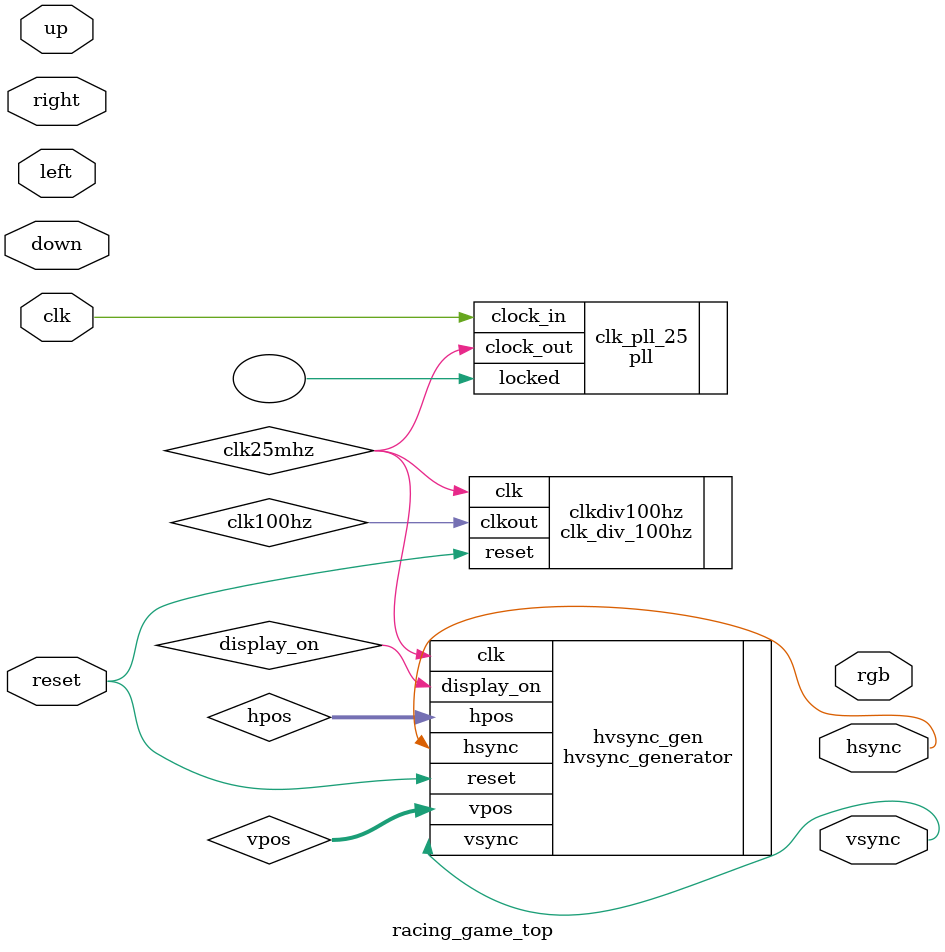
<source format=v>
module racing_game_top(clk, hsync, vsync, rgb, left, right, up, down, reset);
	input clk, reset;
	input left, right, up, down;
	output hsync, vsync;
	output [2:0] rgb;
	wire display_on;
	wire [9:0] hpos, vpos;

	wire clk25mhz, clk100hz;

	`ifdef XILINX
	clk_wiz_v3_6 clk_pll_25(
		.clk_in1(clk),
		.clk_out1(clk25mhz)
	);
	`else
	pll clk_pll_25(
		.clock_in(clk),
		.clock_out(clk25mhz),
		.locked()
	);
	`endif

	clk_div_100hz clkdiv100hz(
		.clk(clk25mhz),
		.reset(reset),
		.clkout(clk100hz)
	);

	hvsync_generator hvsync_gen(
		.clk(clk25mhz),
		.reset(reset),
		.hsync(hsync),
		.vsync(vsync),
		.display_on(display_on),
		.hpos(hpos),
		.vpos(vpos)
	);

endmodule

</source>
